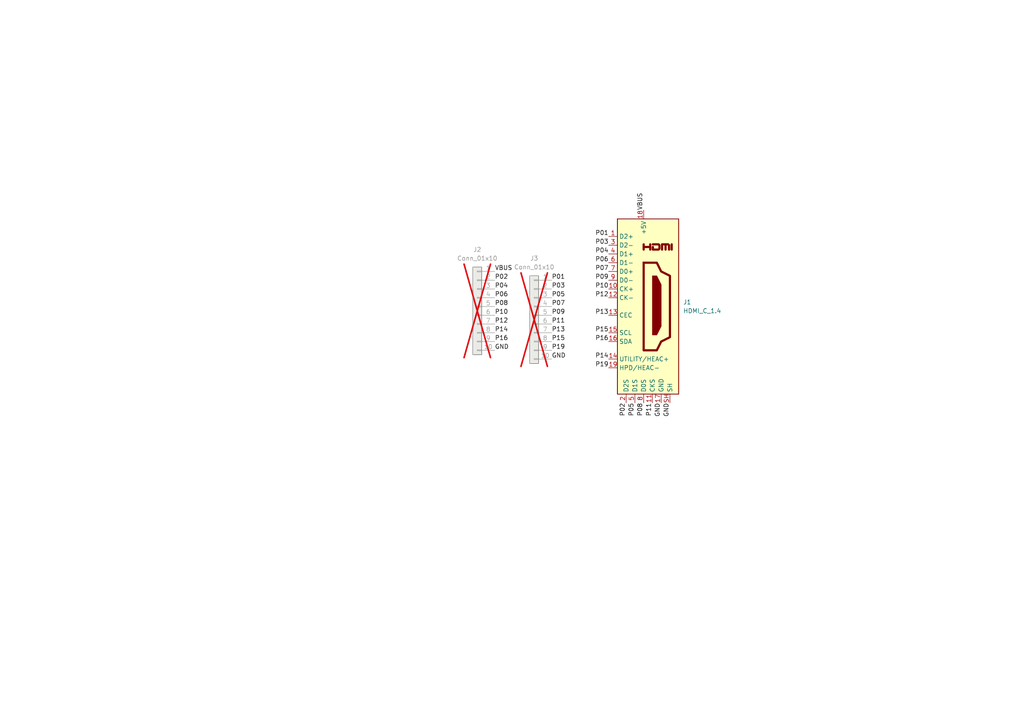
<source format=kicad_sch>
(kicad_sch (version 20250114) (generator "eeschema") (generator_version "9.0")
  (paper "A4")
  (lib_symbols
    (symbol "Connector:HDMI_A_1.4"
      (property "Reference" "J" (at -6.35 26.67 0))
      (property "Value" "HDMI_A_1.4" (at 10.16 26.67 0))
      (symbol "HDMI_A_1.4_0_0"
        (polyline (pts (xy 0 16.51) (xy 0 18.034) (xy 0 17.272) (xy 1.905 17.272) (xy 1.905 18.034) (xy 1.905 16.51)) (stroke (width 0.635)))
        (polyline (pts (xy 2.667 18.034) (xy 4.318 18.034) (xy 4.572 17.78) (xy 4.572 16.764) (xy 4.318 16.51) (xy 2.667 16.51) (xy 2.667 17.272)) (stroke (width 0.635)))
        (polyline (pts (xy 8.128 16.51) (xy 8.128 18.034)) (stroke (width 0.635)))
      )
      (symbol "HDMI_A_1.4_0_1"
        (rectangle (start -7.62 25.4) (end 10.16 -25.4) (stroke (width 0.254)) (fill (type background)))
        (polyline (pts (xy 0 12.7) (xy 0 -12.7) (xy 3.81 -12.7) (xy 5.08 -10.16) (xy 7.62 -8.89) (xy 7.62 8.89) (xy 5.08 10.16) (xy 3.81 12.7) (xy 0 12.7)) (stroke (width 0.635)))
        (polyline (pts (xy 2.54 8.89) (xy 3.81 8.89) (xy 5.08 6.35) (xy 5.08 -5.715) (xy 3.81 -8.255) (xy 2.54 -8.255) (xy 2.54 8.89)) (fill (type outline)))
        (polyline (pts (xy 5.334 16.51) (xy 5.334 18.034) (xy 6.35 18.034) (xy 6.35 16.51) (xy 6.35 18.034) (xy 7.112 18.034) (xy 7.366 17.78) (xy 7.366 16.51)) (stroke (width 0.635)))
      )
      (symbol "HDMI_A_1.4_1_1"
        (pin passive line (at -10.16 20.32 0) (length 2.54) (name "D2+") (number "1"))
        (pin passive line (at -10.16 17.78 0) (length 2.54) (name "D2-") (number "3"))
        (pin passive line (at -10.16 15.24 0) (length 2.54) (name "D1+") (number "4"))
        (pin passive line (at -10.16 12.7 0) (length 2.54) (name "D1-") (number "6"))
        (pin passive line (at -10.16 10.16 0) (length 2.54) (name "D0+") (number "7"))
        (pin passive line (at -10.16 7.62 0) (length 2.54) (name "D0-") (number "9"))
        (pin passive line (at -10.16 5.08 0) (length 2.54) (name "CK+") (number "10"))
        (pin passive line (at -10.16 2.54 0) (length 2.54) (name "CK-") (number "12"))
        (pin bidirectional line (at -10.16 -2.54 0) (length 2.54) (name "CEC") (number "13"))
        (pin passive line (at -10.16 -7.62 0) (length 2.54) (name "SCL") (number "15"))
        (pin bidirectional line (at -10.16 -10.16 0) (length 2.54) (name "SDA") (number "16"))
        (pin passive line (at -10.16 -15.24 0) (length 2.54) (name "UTILITY/HEAC+") (number "14"))
        (pin passive line (at -10.16 -17.78 0) (length 2.54) (name "HPD/HEAC-") (number "19"))
        (pin power_in line (at -5.08 -27.94 90) (length 2.54) (name "D2S") (number "2"))
        (pin power_in line (at -2.54 -27.94 90) (length 2.54) (name "D1S") (number "5"))
        (pin power_in line (at 0 27.94 270) (length 2.54) (name "+5V") (number "18"))
        (pin power_in line (at 0 -27.94 90) (length 2.54) (name "D0S") (number "8"))
        (pin power_in line (at 2.54 -27.94 90) (length 2.54) (name "CKS") (number "11"))
        (pin power_in line (at 5.08 -27.94 90) (length 2.54) (name "GND") (number "17"))
        (pin passive line (at 7.62 -27.94 90) (length 2.54) (name "SH") (number "SH"))
      )
    )
    (symbol "Connector_Generic:Conn_01x10" (pin_names (offset 1.016) (hide yes))
      (property "Reference" "J" (at 0 12.7 0))
      (property "Value" "Conn_01x10" (at 0 -15.24 0))
      (symbol "Conn_01x10_1_1"
        (rectangle (start -1.27 11.43) (end 1.27 -13.97) (stroke (width 0.254)) (fill (type background)))
        (rectangle (start -1.27 10.287) (end 0 10.033) (stroke (width 0.1524)))
        (rectangle (start -1.27 7.747) (end 0 7.493) (stroke (width 0.1524)))
        (rectangle (start -1.27 5.207) (end 0 4.953) (stroke (width 0.1524)))
        (rectangle (start -1.27 2.667) (end 0 2.413) (stroke (width 0.1524)))
        (rectangle (start -1.27 0.127) (end 0 -0.127) (stroke (width 0.1524)))
        (rectangle (start -1.27 -2.413) (end 0 -2.667) (stroke (width 0.1524)))
        (rectangle (start -1.27 -4.953) (end 0 -5.207) (stroke (width 0.1524)))
        (rectangle (start -1.27 -7.493) (end 0 -7.747) (stroke (width 0.1524)))
        (rectangle (start -1.27 -10.033) (end 0 -10.287) (stroke (width 0.1524)))
        (rectangle (start -1.27 -12.573) (end 0 -12.827) (stroke (width 0.1524)))
        (pin passive line (at -5.08 10.16 0) (length 3.81) (name "Pin_1") (number "1"))
        (pin passive line (at -5.08 7.62 0) (length 3.81) (name "Pin_2") (number "2"))
        (pin passive line (at -5.08 5.08 0) (length 3.81) (name "Pin_3") (number "3"))
        (pin passive line (at -5.08 2.54 0) (length 3.81) (name "Pin_4") (number "4"))
        (pin passive line (at -5.08 0 0) (length 3.81) (name "Pin_5") (number "5"))
        (pin passive line (at -5.08 -2.54 0) (length 3.81) (name "Pin_6") (number "6"))
        (pin passive line (at -5.08 -5.08 0) (length 3.81) (name "Pin_7") (number "7"))
        (pin passive line (at -5.08 -7.62 0) (length 3.81) (name "Pin_8") (number "8"))
        (pin passive line (at -5.08 -10.16 0) (length 3.81) (name "Pin_9") (number "9"))
        (pin passive line (at -5.08 -12.7 0) (length 3.81) (name "Pin_10") (number "10"))
      )
    )
  )
  (label "GND" (at 194.31 116.84 270))
  (label "P15" (at 176.53 96.52 180))
  (label "P11" (at 189.23 116.84 270))
  (label "P16" (at 143.51 99.06 0))
  (label "VBUS" (at 186.69 60.96 90))
  (label "P14" (at 143.51 96.52 0))
  (label "P16" (at 176.53 99.06 180))
  (label "P12" (at 143.51 93.98 0))
  (label "P19" (at 176.53 106.68 180))
  (label "P04" (at 176.53 73.66 180))
  (label "P07" (at 160.02 88.9 0))
  (label "P15" (at 160.02 99.06 0))
  (label "P07" (at 176.53 78.74 180))
  (label "P14" (at 176.53 104.14 180))
  (label "GND" (at 160.02 104.14 0))
  (label "P06" (at 143.51 86.36 0))
  (label "P06" (at 176.53 76.2 180))
  (label "P10" (at 176.53 83.82 180))
  (label "P12" (at 176.53 86.36 180))
  (label "P04" (at 143.51 83.82 0))
  (label "P05" (at 160.02 86.36 0))
  (label "P09" (at 160.02 91.44 0))
  (label "P08" (at 143.51 88.9 0))
  (label "P10" (at 143.51 91.44 0))
  (label "P13" (at 160.02 96.52 0))
  (label "P19" (at 160.02 101.6 0))
  (label "P09" (at 176.53 81.28 180))
  (label "VBUS" (at 143.51 78.74 0))
  (label "P01" (at 160.02 81.28 0))
  (label "GND" (at 191.77 116.84 270))
  (label "P01" (at 176.53 68.58 180))
  (label "P02" (at 143.51 81.28 0))
  (label "P08" (at 186.69 116.84 270))
  (label "GND" (at 143.51 101.6 0))
  (label "P11" (at 160.02 93.98 0))
  (label "P03" (at 176.53 71.12 180))
  (label "P13" (at 176.53 91.44 180))
  (label "P02" (at 181.61 116.84 270))
  (label "P03" (at 160.02 83.82 0))
  (label "P05" (at 184.15 116.84 270))
  (symbol (lib_id "Connector_Generic:Conn_01x10") (at 138.43 88.9 0) (mirror y) (unit 1) (in_bom no) (dnp yes)
    (property "Reference" "J2" (at 138.43 72.39 0))
    (property "Value" "Conn_01x10" (at 138.43 74.93 0))
    (property "Footprint" "Connector_PinHeader_2.54mm:PinHeader_1x10_P2.54mm_Vertical" (effects (hide yes)))
    (property "Description" "Generic connector, single row, 01x10, script generated (kicad-library-utils/schlib/autogen/connector/)" (effects (hide yes)))
  )
  (symbol (lib_id "Connector_Generic:Conn_01x10") (at 154.94 91.44 0) (mirror y) (unit 1) (in_bom no) (dnp yes)
    (property "Reference" "J3" (at 154.94 74.93 0))
    (property "Value" "Conn_01x10" (at 154.94 77.47 0))
    (property "Footprint" "Connector_PinHeader_2.54mm:PinHeader_1x10_P2.54mm_Vertical" (effects (hide yes)))
    (property "Description" "Generic connector, single row, 01x10, script generated (kicad-library-utils/schlib/autogen/connector/)" (effects (hide yes)))
  )
  (symbol (lib_id "Connector:HDMI_A_1.4") (at 186.69 88.9 0) (unit 1)
    (property "Reference" "J1" (at 198.12 87.6299 0) (effects (justify left)))
    (property "Value" "HDMI_C_1.4" (at 198.12 90.1699 0) (effects (justify left)))
    (property "Footprint" "Connector_Video:HDMI_A_Molex_208658-1001_Horizontal" (effects (hide yes)))
    (property "Datasheet" "https://en.wikipedia.org/wiki/HDMI" (effects (hide yes)))
    (property "Description" "HDMI 1.4+ type A connector" (effects (hide yes)))
  )
)
</source>
